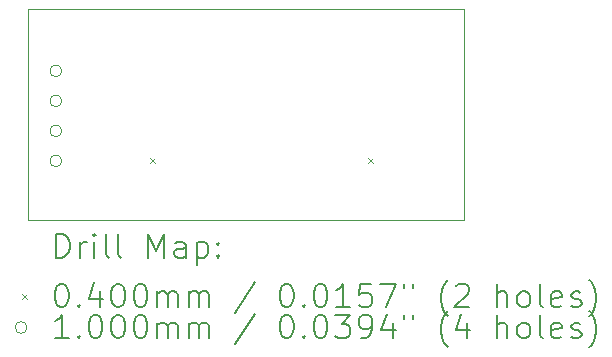
<source format=gbr>
%TF.GenerationSoftware,KiCad,Pcbnew,7.0.2*%
%TF.CreationDate,2023-10-24T21:55:58-04:00*%
%TF.ProjectId,MacroPad Tile Holder Sensors,4d616372-6f50-4616-9420-54696c652048,rev?*%
%TF.SameCoordinates,Original*%
%TF.FileFunction,Drillmap*%
%TF.FilePolarity,Positive*%
%FSLAX45Y45*%
G04 Gerber Fmt 4.5, Leading zero omitted, Abs format (unit mm)*
G04 Created by KiCad (PCBNEW 7.0.2) date 2023-10-24 21:55:58*
%MOMM*%
%LPD*%
G01*
G04 APERTURE LIST*
%ADD10C,0.100000*%
%ADD11C,0.200000*%
%ADD12C,0.040000*%
G04 APERTURE END LIST*
D10*
X11088000Y-6269000D02*
X14787000Y-6269000D01*
X14787000Y-8053000D01*
X11088000Y-8053000D01*
X11088000Y-6269000D01*
D11*
D12*
X12124000Y-7532000D02*
X12164000Y-7572000D01*
X12164000Y-7532000D02*
X12124000Y-7572000D01*
X13973000Y-7532000D02*
X14013000Y-7572000D01*
X14013000Y-7532000D02*
X13973000Y-7572000D01*
D10*
X11377000Y-6790000D02*
G75*
G03*
X11377000Y-6790000I-50000J0D01*
G01*
X11377000Y-7044000D02*
G75*
G03*
X11377000Y-7044000I-50000J0D01*
G01*
X11377000Y-7298000D02*
G75*
G03*
X11377000Y-7298000I-50000J0D01*
G01*
X11377000Y-7552000D02*
G75*
G03*
X11377000Y-7552000I-50000J0D01*
G01*
D11*
X11330619Y-8370524D02*
X11330619Y-8170524D01*
X11330619Y-8170524D02*
X11378238Y-8170524D01*
X11378238Y-8170524D02*
X11406809Y-8180048D01*
X11406809Y-8180048D02*
X11425857Y-8199095D01*
X11425857Y-8199095D02*
X11435381Y-8218143D01*
X11435381Y-8218143D02*
X11444905Y-8256238D01*
X11444905Y-8256238D02*
X11444905Y-8284809D01*
X11444905Y-8284809D02*
X11435381Y-8322905D01*
X11435381Y-8322905D02*
X11425857Y-8341952D01*
X11425857Y-8341952D02*
X11406809Y-8361000D01*
X11406809Y-8361000D02*
X11378238Y-8370524D01*
X11378238Y-8370524D02*
X11330619Y-8370524D01*
X11530619Y-8370524D02*
X11530619Y-8237190D01*
X11530619Y-8275286D02*
X11540143Y-8256238D01*
X11540143Y-8256238D02*
X11549667Y-8246714D01*
X11549667Y-8246714D02*
X11568714Y-8237190D01*
X11568714Y-8237190D02*
X11587762Y-8237190D01*
X11654428Y-8370524D02*
X11654428Y-8237190D01*
X11654428Y-8170524D02*
X11644905Y-8180048D01*
X11644905Y-8180048D02*
X11654428Y-8189571D01*
X11654428Y-8189571D02*
X11663952Y-8180048D01*
X11663952Y-8180048D02*
X11654428Y-8170524D01*
X11654428Y-8170524D02*
X11654428Y-8189571D01*
X11778238Y-8370524D02*
X11759190Y-8361000D01*
X11759190Y-8361000D02*
X11749667Y-8341952D01*
X11749667Y-8341952D02*
X11749667Y-8170524D01*
X11883000Y-8370524D02*
X11863952Y-8361000D01*
X11863952Y-8361000D02*
X11854428Y-8341952D01*
X11854428Y-8341952D02*
X11854428Y-8170524D01*
X12111571Y-8370524D02*
X12111571Y-8170524D01*
X12111571Y-8170524D02*
X12178238Y-8313381D01*
X12178238Y-8313381D02*
X12244905Y-8170524D01*
X12244905Y-8170524D02*
X12244905Y-8370524D01*
X12425857Y-8370524D02*
X12425857Y-8265762D01*
X12425857Y-8265762D02*
X12416333Y-8246714D01*
X12416333Y-8246714D02*
X12397286Y-8237190D01*
X12397286Y-8237190D02*
X12359190Y-8237190D01*
X12359190Y-8237190D02*
X12340143Y-8246714D01*
X12425857Y-8361000D02*
X12406809Y-8370524D01*
X12406809Y-8370524D02*
X12359190Y-8370524D01*
X12359190Y-8370524D02*
X12340143Y-8361000D01*
X12340143Y-8361000D02*
X12330619Y-8341952D01*
X12330619Y-8341952D02*
X12330619Y-8322905D01*
X12330619Y-8322905D02*
X12340143Y-8303857D01*
X12340143Y-8303857D02*
X12359190Y-8294333D01*
X12359190Y-8294333D02*
X12406809Y-8294333D01*
X12406809Y-8294333D02*
X12425857Y-8284809D01*
X12521095Y-8237190D02*
X12521095Y-8437190D01*
X12521095Y-8246714D02*
X12540143Y-8237190D01*
X12540143Y-8237190D02*
X12578238Y-8237190D01*
X12578238Y-8237190D02*
X12597286Y-8246714D01*
X12597286Y-8246714D02*
X12606809Y-8256238D01*
X12606809Y-8256238D02*
X12616333Y-8275286D01*
X12616333Y-8275286D02*
X12616333Y-8332428D01*
X12616333Y-8332428D02*
X12606809Y-8351476D01*
X12606809Y-8351476D02*
X12597286Y-8361000D01*
X12597286Y-8361000D02*
X12578238Y-8370524D01*
X12578238Y-8370524D02*
X12540143Y-8370524D01*
X12540143Y-8370524D02*
X12521095Y-8361000D01*
X12702048Y-8351476D02*
X12711571Y-8361000D01*
X12711571Y-8361000D02*
X12702048Y-8370524D01*
X12702048Y-8370524D02*
X12692524Y-8361000D01*
X12692524Y-8361000D02*
X12702048Y-8351476D01*
X12702048Y-8351476D02*
X12702048Y-8370524D01*
X12702048Y-8246714D02*
X12711571Y-8256238D01*
X12711571Y-8256238D02*
X12702048Y-8265762D01*
X12702048Y-8265762D02*
X12692524Y-8256238D01*
X12692524Y-8256238D02*
X12702048Y-8246714D01*
X12702048Y-8246714D02*
X12702048Y-8265762D01*
D12*
X11043000Y-8678000D02*
X11083000Y-8718000D01*
X11083000Y-8678000D02*
X11043000Y-8718000D01*
D11*
X11368714Y-8590524D02*
X11387762Y-8590524D01*
X11387762Y-8590524D02*
X11406809Y-8600048D01*
X11406809Y-8600048D02*
X11416333Y-8609571D01*
X11416333Y-8609571D02*
X11425857Y-8628619D01*
X11425857Y-8628619D02*
X11435381Y-8666714D01*
X11435381Y-8666714D02*
X11435381Y-8714333D01*
X11435381Y-8714333D02*
X11425857Y-8752429D01*
X11425857Y-8752429D02*
X11416333Y-8771476D01*
X11416333Y-8771476D02*
X11406809Y-8781000D01*
X11406809Y-8781000D02*
X11387762Y-8790524D01*
X11387762Y-8790524D02*
X11368714Y-8790524D01*
X11368714Y-8790524D02*
X11349667Y-8781000D01*
X11349667Y-8781000D02*
X11340143Y-8771476D01*
X11340143Y-8771476D02*
X11330619Y-8752429D01*
X11330619Y-8752429D02*
X11321095Y-8714333D01*
X11321095Y-8714333D02*
X11321095Y-8666714D01*
X11321095Y-8666714D02*
X11330619Y-8628619D01*
X11330619Y-8628619D02*
X11340143Y-8609571D01*
X11340143Y-8609571D02*
X11349667Y-8600048D01*
X11349667Y-8600048D02*
X11368714Y-8590524D01*
X11521095Y-8771476D02*
X11530619Y-8781000D01*
X11530619Y-8781000D02*
X11521095Y-8790524D01*
X11521095Y-8790524D02*
X11511571Y-8781000D01*
X11511571Y-8781000D02*
X11521095Y-8771476D01*
X11521095Y-8771476D02*
X11521095Y-8790524D01*
X11702048Y-8657190D02*
X11702048Y-8790524D01*
X11654428Y-8581000D02*
X11606809Y-8723857D01*
X11606809Y-8723857D02*
X11730619Y-8723857D01*
X11844905Y-8590524D02*
X11863952Y-8590524D01*
X11863952Y-8590524D02*
X11883000Y-8600048D01*
X11883000Y-8600048D02*
X11892524Y-8609571D01*
X11892524Y-8609571D02*
X11902048Y-8628619D01*
X11902048Y-8628619D02*
X11911571Y-8666714D01*
X11911571Y-8666714D02*
X11911571Y-8714333D01*
X11911571Y-8714333D02*
X11902048Y-8752429D01*
X11902048Y-8752429D02*
X11892524Y-8771476D01*
X11892524Y-8771476D02*
X11883000Y-8781000D01*
X11883000Y-8781000D02*
X11863952Y-8790524D01*
X11863952Y-8790524D02*
X11844905Y-8790524D01*
X11844905Y-8790524D02*
X11825857Y-8781000D01*
X11825857Y-8781000D02*
X11816333Y-8771476D01*
X11816333Y-8771476D02*
X11806809Y-8752429D01*
X11806809Y-8752429D02*
X11797286Y-8714333D01*
X11797286Y-8714333D02*
X11797286Y-8666714D01*
X11797286Y-8666714D02*
X11806809Y-8628619D01*
X11806809Y-8628619D02*
X11816333Y-8609571D01*
X11816333Y-8609571D02*
X11825857Y-8600048D01*
X11825857Y-8600048D02*
X11844905Y-8590524D01*
X12035381Y-8590524D02*
X12054429Y-8590524D01*
X12054429Y-8590524D02*
X12073476Y-8600048D01*
X12073476Y-8600048D02*
X12083000Y-8609571D01*
X12083000Y-8609571D02*
X12092524Y-8628619D01*
X12092524Y-8628619D02*
X12102048Y-8666714D01*
X12102048Y-8666714D02*
X12102048Y-8714333D01*
X12102048Y-8714333D02*
X12092524Y-8752429D01*
X12092524Y-8752429D02*
X12083000Y-8771476D01*
X12083000Y-8771476D02*
X12073476Y-8781000D01*
X12073476Y-8781000D02*
X12054429Y-8790524D01*
X12054429Y-8790524D02*
X12035381Y-8790524D01*
X12035381Y-8790524D02*
X12016333Y-8781000D01*
X12016333Y-8781000D02*
X12006809Y-8771476D01*
X12006809Y-8771476D02*
X11997286Y-8752429D01*
X11997286Y-8752429D02*
X11987762Y-8714333D01*
X11987762Y-8714333D02*
X11987762Y-8666714D01*
X11987762Y-8666714D02*
X11997286Y-8628619D01*
X11997286Y-8628619D02*
X12006809Y-8609571D01*
X12006809Y-8609571D02*
X12016333Y-8600048D01*
X12016333Y-8600048D02*
X12035381Y-8590524D01*
X12187762Y-8790524D02*
X12187762Y-8657190D01*
X12187762Y-8676238D02*
X12197286Y-8666714D01*
X12197286Y-8666714D02*
X12216333Y-8657190D01*
X12216333Y-8657190D02*
X12244905Y-8657190D01*
X12244905Y-8657190D02*
X12263952Y-8666714D01*
X12263952Y-8666714D02*
X12273476Y-8685762D01*
X12273476Y-8685762D02*
X12273476Y-8790524D01*
X12273476Y-8685762D02*
X12283000Y-8666714D01*
X12283000Y-8666714D02*
X12302048Y-8657190D01*
X12302048Y-8657190D02*
X12330619Y-8657190D01*
X12330619Y-8657190D02*
X12349667Y-8666714D01*
X12349667Y-8666714D02*
X12359190Y-8685762D01*
X12359190Y-8685762D02*
X12359190Y-8790524D01*
X12454429Y-8790524D02*
X12454429Y-8657190D01*
X12454429Y-8676238D02*
X12463952Y-8666714D01*
X12463952Y-8666714D02*
X12483000Y-8657190D01*
X12483000Y-8657190D02*
X12511571Y-8657190D01*
X12511571Y-8657190D02*
X12530619Y-8666714D01*
X12530619Y-8666714D02*
X12540143Y-8685762D01*
X12540143Y-8685762D02*
X12540143Y-8790524D01*
X12540143Y-8685762D02*
X12549667Y-8666714D01*
X12549667Y-8666714D02*
X12568714Y-8657190D01*
X12568714Y-8657190D02*
X12597286Y-8657190D01*
X12597286Y-8657190D02*
X12616333Y-8666714D01*
X12616333Y-8666714D02*
X12625857Y-8685762D01*
X12625857Y-8685762D02*
X12625857Y-8790524D01*
X13016333Y-8581000D02*
X12844905Y-8838143D01*
X13273476Y-8590524D02*
X13292524Y-8590524D01*
X13292524Y-8590524D02*
X13311572Y-8600048D01*
X13311572Y-8600048D02*
X13321095Y-8609571D01*
X13321095Y-8609571D02*
X13330619Y-8628619D01*
X13330619Y-8628619D02*
X13340143Y-8666714D01*
X13340143Y-8666714D02*
X13340143Y-8714333D01*
X13340143Y-8714333D02*
X13330619Y-8752429D01*
X13330619Y-8752429D02*
X13321095Y-8771476D01*
X13321095Y-8771476D02*
X13311572Y-8781000D01*
X13311572Y-8781000D02*
X13292524Y-8790524D01*
X13292524Y-8790524D02*
X13273476Y-8790524D01*
X13273476Y-8790524D02*
X13254429Y-8781000D01*
X13254429Y-8781000D02*
X13244905Y-8771476D01*
X13244905Y-8771476D02*
X13235381Y-8752429D01*
X13235381Y-8752429D02*
X13225857Y-8714333D01*
X13225857Y-8714333D02*
X13225857Y-8666714D01*
X13225857Y-8666714D02*
X13235381Y-8628619D01*
X13235381Y-8628619D02*
X13244905Y-8609571D01*
X13244905Y-8609571D02*
X13254429Y-8600048D01*
X13254429Y-8600048D02*
X13273476Y-8590524D01*
X13425857Y-8771476D02*
X13435381Y-8781000D01*
X13435381Y-8781000D02*
X13425857Y-8790524D01*
X13425857Y-8790524D02*
X13416333Y-8781000D01*
X13416333Y-8781000D02*
X13425857Y-8771476D01*
X13425857Y-8771476D02*
X13425857Y-8790524D01*
X13559191Y-8590524D02*
X13578238Y-8590524D01*
X13578238Y-8590524D02*
X13597286Y-8600048D01*
X13597286Y-8600048D02*
X13606810Y-8609571D01*
X13606810Y-8609571D02*
X13616333Y-8628619D01*
X13616333Y-8628619D02*
X13625857Y-8666714D01*
X13625857Y-8666714D02*
X13625857Y-8714333D01*
X13625857Y-8714333D02*
X13616333Y-8752429D01*
X13616333Y-8752429D02*
X13606810Y-8771476D01*
X13606810Y-8771476D02*
X13597286Y-8781000D01*
X13597286Y-8781000D02*
X13578238Y-8790524D01*
X13578238Y-8790524D02*
X13559191Y-8790524D01*
X13559191Y-8790524D02*
X13540143Y-8781000D01*
X13540143Y-8781000D02*
X13530619Y-8771476D01*
X13530619Y-8771476D02*
X13521095Y-8752429D01*
X13521095Y-8752429D02*
X13511572Y-8714333D01*
X13511572Y-8714333D02*
X13511572Y-8666714D01*
X13511572Y-8666714D02*
X13521095Y-8628619D01*
X13521095Y-8628619D02*
X13530619Y-8609571D01*
X13530619Y-8609571D02*
X13540143Y-8600048D01*
X13540143Y-8600048D02*
X13559191Y-8590524D01*
X13816333Y-8790524D02*
X13702048Y-8790524D01*
X13759191Y-8790524D02*
X13759191Y-8590524D01*
X13759191Y-8590524D02*
X13740143Y-8619095D01*
X13740143Y-8619095D02*
X13721095Y-8638143D01*
X13721095Y-8638143D02*
X13702048Y-8647667D01*
X13997286Y-8590524D02*
X13902048Y-8590524D01*
X13902048Y-8590524D02*
X13892524Y-8685762D01*
X13892524Y-8685762D02*
X13902048Y-8676238D01*
X13902048Y-8676238D02*
X13921095Y-8666714D01*
X13921095Y-8666714D02*
X13968714Y-8666714D01*
X13968714Y-8666714D02*
X13987762Y-8676238D01*
X13987762Y-8676238D02*
X13997286Y-8685762D01*
X13997286Y-8685762D02*
X14006810Y-8704810D01*
X14006810Y-8704810D02*
X14006810Y-8752429D01*
X14006810Y-8752429D02*
X13997286Y-8771476D01*
X13997286Y-8771476D02*
X13987762Y-8781000D01*
X13987762Y-8781000D02*
X13968714Y-8790524D01*
X13968714Y-8790524D02*
X13921095Y-8790524D01*
X13921095Y-8790524D02*
X13902048Y-8781000D01*
X13902048Y-8781000D02*
X13892524Y-8771476D01*
X14073476Y-8590524D02*
X14206810Y-8590524D01*
X14206810Y-8590524D02*
X14121095Y-8790524D01*
X14273476Y-8590524D02*
X14273476Y-8628619D01*
X14349667Y-8590524D02*
X14349667Y-8628619D01*
X14644905Y-8866714D02*
X14635381Y-8857190D01*
X14635381Y-8857190D02*
X14616334Y-8828619D01*
X14616334Y-8828619D02*
X14606810Y-8809571D01*
X14606810Y-8809571D02*
X14597286Y-8781000D01*
X14597286Y-8781000D02*
X14587762Y-8733381D01*
X14587762Y-8733381D02*
X14587762Y-8695286D01*
X14587762Y-8695286D02*
X14597286Y-8647667D01*
X14597286Y-8647667D02*
X14606810Y-8619095D01*
X14606810Y-8619095D02*
X14616334Y-8600048D01*
X14616334Y-8600048D02*
X14635381Y-8571476D01*
X14635381Y-8571476D02*
X14644905Y-8561952D01*
X14711572Y-8609571D02*
X14721095Y-8600048D01*
X14721095Y-8600048D02*
X14740143Y-8590524D01*
X14740143Y-8590524D02*
X14787762Y-8590524D01*
X14787762Y-8590524D02*
X14806810Y-8600048D01*
X14806810Y-8600048D02*
X14816334Y-8609571D01*
X14816334Y-8609571D02*
X14825857Y-8628619D01*
X14825857Y-8628619D02*
X14825857Y-8647667D01*
X14825857Y-8647667D02*
X14816334Y-8676238D01*
X14816334Y-8676238D02*
X14702048Y-8790524D01*
X14702048Y-8790524D02*
X14825857Y-8790524D01*
X15063953Y-8790524D02*
X15063953Y-8590524D01*
X15149667Y-8790524D02*
X15149667Y-8685762D01*
X15149667Y-8685762D02*
X15140143Y-8666714D01*
X15140143Y-8666714D02*
X15121096Y-8657190D01*
X15121096Y-8657190D02*
X15092524Y-8657190D01*
X15092524Y-8657190D02*
X15073476Y-8666714D01*
X15073476Y-8666714D02*
X15063953Y-8676238D01*
X15273476Y-8790524D02*
X15254429Y-8781000D01*
X15254429Y-8781000D02*
X15244905Y-8771476D01*
X15244905Y-8771476D02*
X15235381Y-8752429D01*
X15235381Y-8752429D02*
X15235381Y-8695286D01*
X15235381Y-8695286D02*
X15244905Y-8676238D01*
X15244905Y-8676238D02*
X15254429Y-8666714D01*
X15254429Y-8666714D02*
X15273476Y-8657190D01*
X15273476Y-8657190D02*
X15302048Y-8657190D01*
X15302048Y-8657190D02*
X15321096Y-8666714D01*
X15321096Y-8666714D02*
X15330619Y-8676238D01*
X15330619Y-8676238D02*
X15340143Y-8695286D01*
X15340143Y-8695286D02*
X15340143Y-8752429D01*
X15340143Y-8752429D02*
X15330619Y-8771476D01*
X15330619Y-8771476D02*
X15321096Y-8781000D01*
X15321096Y-8781000D02*
X15302048Y-8790524D01*
X15302048Y-8790524D02*
X15273476Y-8790524D01*
X15454429Y-8790524D02*
X15435381Y-8781000D01*
X15435381Y-8781000D02*
X15425857Y-8761952D01*
X15425857Y-8761952D02*
X15425857Y-8590524D01*
X15606810Y-8781000D02*
X15587762Y-8790524D01*
X15587762Y-8790524D02*
X15549667Y-8790524D01*
X15549667Y-8790524D02*
X15530619Y-8781000D01*
X15530619Y-8781000D02*
X15521096Y-8761952D01*
X15521096Y-8761952D02*
X15521096Y-8685762D01*
X15521096Y-8685762D02*
X15530619Y-8666714D01*
X15530619Y-8666714D02*
X15549667Y-8657190D01*
X15549667Y-8657190D02*
X15587762Y-8657190D01*
X15587762Y-8657190D02*
X15606810Y-8666714D01*
X15606810Y-8666714D02*
X15616334Y-8685762D01*
X15616334Y-8685762D02*
X15616334Y-8704810D01*
X15616334Y-8704810D02*
X15521096Y-8723857D01*
X15692524Y-8781000D02*
X15711572Y-8790524D01*
X15711572Y-8790524D02*
X15749667Y-8790524D01*
X15749667Y-8790524D02*
X15768715Y-8781000D01*
X15768715Y-8781000D02*
X15778238Y-8761952D01*
X15778238Y-8761952D02*
X15778238Y-8752429D01*
X15778238Y-8752429D02*
X15768715Y-8733381D01*
X15768715Y-8733381D02*
X15749667Y-8723857D01*
X15749667Y-8723857D02*
X15721096Y-8723857D01*
X15721096Y-8723857D02*
X15702048Y-8714333D01*
X15702048Y-8714333D02*
X15692524Y-8695286D01*
X15692524Y-8695286D02*
X15692524Y-8685762D01*
X15692524Y-8685762D02*
X15702048Y-8666714D01*
X15702048Y-8666714D02*
X15721096Y-8657190D01*
X15721096Y-8657190D02*
X15749667Y-8657190D01*
X15749667Y-8657190D02*
X15768715Y-8666714D01*
X15844905Y-8866714D02*
X15854429Y-8857190D01*
X15854429Y-8857190D02*
X15873477Y-8828619D01*
X15873477Y-8828619D02*
X15883000Y-8809571D01*
X15883000Y-8809571D02*
X15892524Y-8781000D01*
X15892524Y-8781000D02*
X15902048Y-8733381D01*
X15902048Y-8733381D02*
X15902048Y-8695286D01*
X15902048Y-8695286D02*
X15892524Y-8647667D01*
X15892524Y-8647667D02*
X15883000Y-8619095D01*
X15883000Y-8619095D02*
X15873477Y-8600048D01*
X15873477Y-8600048D02*
X15854429Y-8571476D01*
X15854429Y-8571476D02*
X15844905Y-8561952D01*
D10*
X11083000Y-8962000D02*
G75*
G03*
X11083000Y-8962000I-50000J0D01*
G01*
D11*
X11435381Y-9054524D02*
X11321095Y-9054524D01*
X11378238Y-9054524D02*
X11378238Y-8854524D01*
X11378238Y-8854524D02*
X11359190Y-8883095D01*
X11359190Y-8883095D02*
X11340143Y-8902143D01*
X11340143Y-8902143D02*
X11321095Y-8911667D01*
X11521095Y-9035476D02*
X11530619Y-9045000D01*
X11530619Y-9045000D02*
X11521095Y-9054524D01*
X11521095Y-9054524D02*
X11511571Y-9045000D01*
X11511571Y-9045000D02*
X11521095Y-9035476D01*
X11521095Y-9035476D02*
X11521095Y-9054524D01*
X11654428Y-8854524D02*
X11673476Y-8854524D01*
X11673476Y-8854524D02*
X11692524Y-8864048D01*
X11692524Y-8864048D02*
X11702048Y-8873571D01*
X11702048Y-8873571D02*
X11711571Y-8892619D01*
X11711571Y-8892619D02*
X11721095Y-8930714D01*
X11721095Y-8930714D02*
X11721095Y-8978333D01*
X11721095Y-8978333D02*
X11711571Y-9016429D01*
X11711571Y-9016429D02*
X11702048Y-9035476D01*
X11702048Y-9035476D02*
X11692524Y-9045000D01*
X11692524Y-9045000D02*
X11673476Y-9054524D01*
X11673476Y-9054524D02*
X11654428Y-9054524D01*
X11654428Y-9054524D02*
X11635381Y-9045000D01*
X11635381Y-9045000D02*
X11625857Y-9035476D01*
X11625857Y-9035476D02*
X11616333Y-9016429D01*
X11616333Y-9016429D02*
X11606809Y-8978333D01*
X11606809Y-8978333D02*
X11606809Y-8930714D01*
X11606809Y-8930714D02*
X11616333Y-8892619D01*
X11616333Y-8892619D02*
X11625857Y-8873571D01*
X11625857Y-8873571D02*
X11635381Y-8864048D01*
X11635381Y-8864048D02*
X11654428Y-8854524D01*
X11844905Y-8854524D02*
X11863952Y-8854524D01*
X11863952Y-8854524D02*
X11883000Y-8864048D01*
X11883000Y-8864048D02*
X11892524Y-8873571D01*
X11892524Y-8873571D02*
X11902048Y-8892619D01*
X11902048Y-8892619D02*
X11911571Y-8930714D01*
X11911571Y-8930714D02*
X11911571Y-8978333D01*
X11911571Y-8978333D02*
X11902048Y-9016429D01*
X11902048Y-9016429D02*
X11892524Y-9035476D01*
X11892524Y-9035476D02*
X11883000Y-9045000D01*
X11883000Y-9045000D02*
X11863952Y-9054524D01*
X11863952Y-9054524D02*
X11844905Y-9054524D01*
X11844905Y-9054524D02*
X11825857Y-9045000D01*
X11825857Y-9045000D02*
X11816333Y-9035476D01*
X11816333Y-9035476D02*
X11806809Y-9016429D01*
X11806809Y-9016429D02*
X11797286Y-8978333D01*
X11797286Y-8978333D02*
X11797286Y-8930714D01*
X11797286Y-8930714D02*
X11806809Y-8892619D01*
X11806809Y-8892619D02*
X11816333Y-8873571D01*
X11816333Y-8873571D02*
X11825857Y-8864048D01*
X11825857Y-8864048D02*
X11844905Y-8854524D01*
X12035381Y-8854524D02*
X12054429Y-8854524D01*
X12054429Y-8854524D02*
X12073476Y-8864048D01*
X12073476Y-8864048D02*
X12083000Y-8873571D01*
X12083000Y-8873571D02*
X12092524Y-8892619D01*
X12092524Y-8892619D02*
X12102048Y-8930714D01*
X12102048Y-8930714D02*
X12102048Y-8978333D01*
X12102048Y-8978333D02*
X12092524Y-9016429D01*
X12092524Y-9016429D02*
X12083000Y-9035476D01*
X12083000Y-9035476D02*
X12073476Y-9045000D01*
X12073476Y-9045000D02*
X12054429Y-9054524D01*
X12054429Y-9054524D02*
X12035381Y-9054524D01*
X12035381Y-9054524D02*
X12016333Y-9045000D01*
X12016333Y-9045000D02*
X12006809Y-9035476D01*
X12006809Y-9035476D02*
X11997286Y-9016429D01*
X11997286Y-9016429D02*
X11987762Y-8978333D01*
X11987762Y-8978333D02*
X11987762Y-8930714D01*
X11987762Y-8930714D02*
X11997286Y-8892619D01*
X11997286Y-8892619D02*
X12006809Y-8873571D01*
X12006809Y-8873571D02*
X12016333Y-8864048D01*
X12016333Y-8864048D02*
X12035381Y-8854524D01*
X12187762Y-9054524D02*
X12187762Y-8921190D01*
X12187762Y-8940238D02*
X12197286Y-8930714D01*
X12197286Y-8930714D02*
X12216333Y-8921190D01*
X12216333Y-8921190D02*
X12244905Y-8921190D01*
X12244905Y-8921190D02*
X12263952Y-8930714D01*
X12263952Y-8930714D02*
X12273476Y-8949762D01*
X12273476Y-8949762D02*
X12273476Y-9054524D01*
X12273476Y-8949762D02*
X12283000Y-8930714D01*
X12283000Y-8930714D02*
X12302048Y-8921190D01*
X12302048Y-8921190D02*
X12330619Y-8921190D01*
X12330619Y-8921190D02*
X12349667Y-8930714D01*
X12349667Y-8930714D02*
X12359190Y-8949762D01*
X12359190Y-8949762D02*
X12359190Y-9054524D01*
X12454429Y-9054524D02*
X12454429Y-8921190D01*
X12454429Y-8940238D02*
X12463952Y-8930714D01*
X12463952Y-8930714D02*
X12483000Y-8921190D01*
X12483000Y-8921190D02*
X12511571Y-8921190D01*
X12511571Y-8921190D02*
X12530619Y-8930714D01*
X12530619Y-8930714D02*
X12540143Y-8949762D01*
X12540143Y-8949762D02*
X12540143Y-9054524D01*
X12540143Y-8949762D02*
X12549667Y-8930714D01*
X12549667Y-8930714D02*
X12568714Y-8921190D01*
X12568714Y-8921190D02*
X12597286Y-8921190D01*
X12597286Y-8921190D02*
X12616333Y-8930714D01*
X12616333Y-8930714D02*
X12625857Y-8949762D01*
X12625857Y-8949762D02*
X12625857Y-9054524D01*
X13016333Y-8845000D02*
X12844905Y-9102143D01*
X13273476Y-8854524D02*
X13292524Y-8854524D01*
X13292524Y-8854524D02*
X13311572Y-8864048D01*
X13311572Y-8864048D02*
X13321095Y-8873571D01*
X13321095Y-8873571D02*
X13330619Y-8892619D01*
X13330619Y-8892619D02*
X13340143Y-8930714D01*
X13340143Y-8930714D02*
X13340143Y-8978333D01*
X13340143Y-8978333D02*
X13330619Y-9016429D01*
X13330619Y-9016429D02*
X13321095Y-9035476D01*
X13321095Y-9035476D02*
X13311572Y-9045000D01*
X13311572Y-9045000D02*
X13292524Y-9054524D01*
X13292524Y-9054524D02*
X13273476Y-9054524D01*
X13273476Y-9054524D02*
X13254429Y-9045000D01*
X13254429Y-9045000D02*
X13244905Y-9035476D01*
X13244905Y-9035476D02*
X13235381Y-9016429D01*
X13235381Y-9016429D02*
X13225857Y-8978333D01*
X13225857Y-8978333D02*
X13225857Y-8930714D01*
X13225857Y-8930714D02*
X13235381Y-8892619D01*
X13235381Y-8892619D02*
X13244905Y-8873571D01*
X13244905Y-8873571D02*
X13254429Y-8864048D01*
X13254429Y-8864048D02*
X13273476Y-8854524D01*
X13425857Y-9035476D02*
X13435381Y-9045000D01*
X13435381Y-9045000D02*
X13425857Y-9054524D01*
X13425857Y-9054524D02*
X13416333Y-9045000D01*
X13416333Y-9045000D02*
X13425857Y-9035476D01*
X13425857Y-9035476D02*
X13425857Y-9054524D01*
X13559191Y-8854524D02*
X13578238Y-8854524D01*
X13578238Y-8854524D02*
X13597286Y-8864048D01*
X13597286Y-8864048D02*
X13606810Y-8873571D01*
X13606810Y-8873571D02*
X13616333Y-8892619D01*
X13616333Y-8892619D02*
X13625857Y-8930714D01*
X13625857Y-8930714D02*
X13625857Y-8978333D01*
X13625857Y-8978333D02*
X13616333Y-9016429D01*
X13616333Y-9016429D02*
X13606810Y-9035476D01*
X13606810Y-9035476D02*
X13597286Y-9045000D01*
X13597286Y-9045000D02*
X13578238Y-9054524D01*
X13578238Y-9054524D02*
X13559191Y-9054524D01*
X13559191Y-9054524D02*
X13540143Y-9045000D01*
X13540143Y-9045000D02*
X13530619Y-9035476D01*
X13530619Y-9035476D02*
X13521095Y-9016429D01*
X13521095Y-9016429D02*
X13511572Y-8978333D01*
X13511572Y-8978333D02*
X13511572Y-8930714D01*
X13511572Y-8930714D02*
X13521095Y-8892619D01*
X13521095Y-8892619D02*
X13530619Y-8873571D01*
X13530619Y-8873571D02*
X13540143Y-8864048D01*
X13540143Y-8864048D02*
X13559191Y-8854524D01*
X13692524Y-8854524D02*
X13816333Y-8854524D01*
X13816333Y-8854524D02*
X13749667Y-8930714D01*
X13749667Y-8930714D02*
X13778238Y-8930714D01*
X13778238Y-8930714D02*
X13797286Y-8940238D01*
X13797286Y-8940238D02*
X13806810Y-8949762D01*
X13806810Y-8949762D02*
X13816333Y-8968810D01*
X13816333Y-8968810D02*
X13816333Y-9016429D01*
X13816333Y-9016429D02*
X13806810Y-9035476D01*
X13806810Y-9035476D02*
X13797286Y-9045000D01*
X13797286Y-9045000D02*
X13778238Y-9054524D01*
X13778238Y-9054524D02*
X13721095Y-9054524D01*
X13721095Y-9054524D02*
X13702048Y-9045000D01*
X13702048Y-9045000D02*
X13692524Y-9035476D01*
X13911572Y-9054524D02*
X13949667Y-9054524D01*
X13949667Y-9054524D02*
X13968714Y-9045000D01*
X13968714Y-9045000D02*
X13978238Y-9035476D01*
X13978238Y-9035476D02*
X13997286Y-9006905D01*
X13997286Y-9006905D02*
X14006810Y-8968810D01*
X14006810Y-8968810D02*
X14006810Y-8892619D01*
X14006810Y-8892619D02*
X13997286Y-8873571D01*
X13997286Y-8873571D02*
X13987762Y-8864048D01*
X13987762Y-8864048D02*
X13968714Y-8854524D01*
X13968714Y-8854524D02*
X13930619Y-8854524D01*
X13930619Y-8854524D02*
X13911572Y-8864048D01*
X13911572Y-8864048D02*
X13902048Y-8873571D01*
X13902048Y-8873571D02*
X13892524Y-8892619D01*
X13892524Y-8892619D02*
X13892524Y-8940238D01*
X13892524Y-8940238D02*
X13902048Y-8959286D01*
X13902048Y-8959286D02*
X13911572Y-8968810D01*
X13911572Y-8968810D02*
X13930619Y-8978333D01*
X13930619Y-8978333D02*
X13968714Y-8978333D01*
X13968714Y-8978333D02*
X13987762Y-8968810D01*
X13987762Y-8968810D02*
X13997286Y-8959286D01*
X13997286Y-8959286D02*
X14006810Y-8940238D01*
X14178238Y-8921190D02*
X14178238Y-9054524D01*
X14130619Y-8845000D02*
X14083000Y-8987857D01*
X14083000Y-8987857D02*
X14206810Y-8987857D01*
X14273476Y-8854524D02*
X14273476Y-8892619D01*
X14349667Y-8854524D02*
X14349667Y-8892619D01*
X14644905Y-9130714D02*
X14635381Y-9121190D01*
X14635381Y-9121190D02*
X14616334Y-9092619D01*
X14616334Y-9092619D02*
X14606810Y-9073571D01*
X14606810Y-9073571D02*
X14597286Y-9045000D01*
X14597286Y-9045000D02*
X14587762Y-8997381D01*
X14587762Y-8997381D02*
X14587762Y-8959286D01*
X14587762Y-8959286D02*
X14597286Y-8911667D01*
X14597286Y-8911667D02*
X14606810Y-8883095D01*
X14606810Y-8883095D02*
X14616334Y-8864048D01*
X14616334Y-8864048D02*
X14635381Y-8835476D01*
X14635381Y-8835476D02*
X14644905Y-8825952D01*
X14806810Y-8921190D02*
X14806810Y-9054524D01*
X14759191Y-8845000D02*
X14711572Y-8987857D01*
X14711572Y-8987857D02*
X14835381Y-8987857D01*
X15063953Y-9054524D02*
X15063953Y-8854524D01*
X15149667Y-9054524D02*
X15149667Y-8949762D01*
X15149667Y-8949762D02*
X15140143Y-8930714D01*
X15140143Y-8930714D02*
X15121096Y-8921190D01*
X15121096Y-8921190D02*
X15092524Y-8921190D01*
X15092524Y-8921190D02*
X15073476Y-8930714D01*
X15073476Y-8930714D02*
X15063953Y-8940238D01*
X15273476Y-9054524D02*
X15254429Y-9045000D01*
X15254429Y-9045000D02*
X15244905Y-9035476D01*
X15244905Y-9035476D02*
X15235381Y-9016429D01*
X15235381Y-9016429D02*
X15235381Y-8959286D01*
X15235381Y-8959286D02*
X15244905Y-8940238D01*
X15244905Y-8940238D02*
X15254429Y-8930714D01*
X15254429Y-8930714D02*
X15273476Y-8921190D01*
X15273476Y-8921190D02*
X15302048Y-8921190D01*
X15302048Y-8921190D02*
X15321096Y-8930714D01*
X15321096Y-8930714D02*
X15330619Y-8940238D01*
X15330619Y-8940238D02*
X15340143Y-8959286D01*
X15340143Y-8959286D02*
X15340143Y-9016429D01*
X15340143Y-9016429D02*
X15330619Y-9035476D01*
X15330619Y-9035476D02*
X15321096Y-9045000D01*
X15321096Y-9045000D02*
X15302048Y-9054524D01*
X15302048Y-9054524D02*
X15273476Y-9054524D01*
X15454429Y-9054524D02*
X15435381Y-9045000D01*
X15435381Y-9045000D02*
X15425857Y-9025952D01*
X15425857Y-9025952D02*
X15425857Y-8854524D01*
X15606810Y-9045000D02*
X15587762Y-9054524D01*
X15587762Y-9054524D02*
X15549667Y-9054524D01*
X15549667Y-9054524D02*
X15530619Y-9045000D01*
X15530619Y-9045000D02*
X15521096Y-9025952D01*
X15521096Y-9025952D02*
X15521096Y-8949762D01*
X15521096Y-8949762D02*
X15530619Y-8930714D01*
X15530619Y-8930714D02*
X15549667Y-8921190D01*
X15549667Y-8921190D02*
X15587762Y-8921190D01*
X15587762Y-8921190D02*
X15606810Y-8930714D01*
X15606810Y-8930714D02*
X15616334Y-8949762D01*
X15616334Y-8949762D02*
X15616334Y-8968810D01*
X15616334Y-8968810D02*
X15521096Y-8987857D01*
X15692524Y-9045000D02*
X15711572Y-9054524D01*
X15711572Y-9054524D02*
X15749667Y-9054524D01*
X15749667Y-9054524D02*
X15768715Y-9045000D01*
X15768715Y-9045000D02*
X15778238Y-9025952D01*
X15778238Y-9025952D02*
X15778238Y-9016429D01*
X15778238Y-9016429D02*
X15768715Y-8997381D01*
X15768715Y-8997381D02*
X15749667Y-8987857D01*
X15749667Y-8987857D02*
X15721096Y-8987857D01*
X15721096Y-8987857D02*
X15702048Y-8978333D01*
X15702048Y-8978333D02*
X15692524Y-8959286D01*
X15692524Y-8959286D02*
X15692524Y-8949762D01*
X15692524Y-8949762D02*
X15702048Y-8930714D01*
X15702048Y-8930714D02*
X15721096Y-8921190D01*
X15721096Y-8921190D02*
X15749667Y-8921190D01*
X15749667Y-8921190D02*
X15768715Y-8930714D01*
X15844905Y-9130714D02*
X15854429Y-9121190D01*
X15854429Y-9121190D02*
X15873477Y-9092619D01*
X15873477Y-9092619D02*
X15883000Y-9073571D01*
X15883000Y-9073571D02*
X15892524Y-9045000D01*
X15892524Y-9045000D02*
X15902048Y-8997381D01*
X15902048Y-8997381D02*
X15902048Y-8959286D01*
X15902048Y-8959286D02*
X15892524Y-8911667D01*
X15892524Y-8911667D02*
X15883000Y-8883095D01*
X15883000Y-8883095D02*
X15873477Y-8864048D01*
X15873477Y-8864048D02*
X15854429Y-8835476D01*
X15854429Y-8835476D02*
X15844905Y-8825952D01*
M02*

</source>
